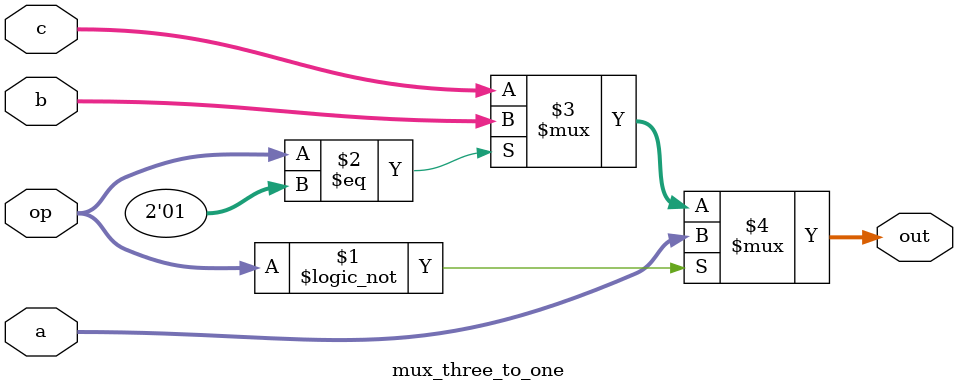
<source format=v>

module mux_three_to_one #(
    parameter BITS = 63
) (
    input [1:0] op,
    input [BITS:0] a,
    input [BITS:0] b,
    input [BITS:0] c,
    output [BITS:0] out
);

// OP cases:
// op = 00 -> endereco = a
// op = 01 -> endereco = b
// op = 10 -> endereco = c
// op = 11 -> endereco = c

assign out = (op == 2'b00)? a: (op == 2'b01)? b: c;
    
endmodule
</source>
